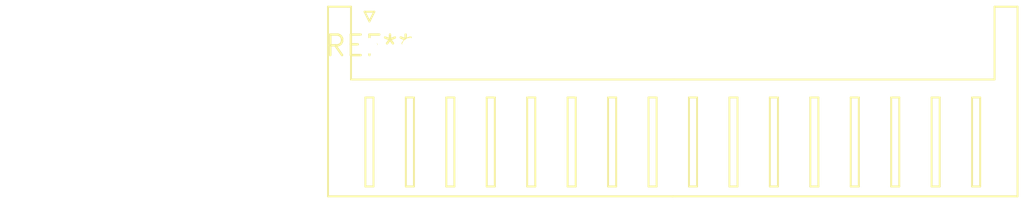
<source format=kicad_pcb>
(kicad_pcb (version 20240108) (generator pcbnew)
  (layers (0 "F.Cu" signal) (31 "B.Cu" signal) (34 "B.Paste" user) (35 "F.Paste" user) (36 "B.SilkS" user "B.Silkscreen") (37 "F.SilkS" user "F.Silkscreen") (38 "B.Mask" user) (39 "F.Mask" user) (44 "Edge.Cuts" user))
  (net 0 "")
  (footprint "JST_XH_S16B-XH-A_1x16_P2.50mm_Horizontal" (layer "F.Cu") (at 0 0)
    (property "Reference" "REF**")
    (property "Value" "JST_XH_S16B-XH-A_1x16_P2.50mm_Horizontal")
    (fp_line (start -2.56 -2.41) (end -1.14 -2.41) (layer "F.SilkS") (stroke (width 0.12)))
    (fp_line (start -2.56 9.31) (end -2.56 -2.41) (layer "F.SilkS") (stroke (width 0.12)))
    (fp_line (start -1.14 -2.41) (end -1.14 2.09) (layer "F.SilkS") (stroke (width 0.12)))
    (fp_line (start -1.14 2.09) (end 18.75 2.09) (layer "F.SilkS") (stroke (width 0.12)))
    (fp_line (start -0.3 -2.1) (end 0.3 -2.1) (layer "F.SilkS") (stroke (width 0.12)))
    (fp_line (start -0.25 3.2) (end -0.25 8.7) (layer "F.SilkS") (stroke (width 0.12)))
    (fp_line (start -0.25 8.7) (end 0.25 8.7) (layer "F.SilkS") (stroke (width 0.12)))
    (fp_line (start 0 -1.5) (end -0.3 -2.1) (layer "F.SilkS") (stroke (width 0.12)))
    (fp_line (start 0.25 3.2) (end -0.25 3.2) (layer "F.SilkS") (stroke (width 0.12)))
    (fp_line (start 0.25 8.7) (end 0.25 3.2) (layer "F.SilkS") (stroke (width 0.12)))
    (fp_line (start 0.3 -2.1) (end 0 -1.5) (layer "F.SilkS") (stroke (width 0.12)))
    (fp_line (start 2.25 3.2) (end 2.25 8.7) (layer "F.SilkS") (stroke (width 0.12)))
    (fp_line (start 2.25 8.7) (end 2.75 8.7) (layer "F.SilkS") (stroke (width 0.12)))
    (fp_line (start 2.75 3.2) (end 2.25 3.2) (layer "F.SilkS") (stroke (width 0.12)))
    (fp_line (start 2.75 8.7) (end 2.75 3.2) (layer "F.SilkS") (stroke (width 0.12)))
    (fp_line (start 4.75 3.2) (end 4.75 8.7) (layer "F.SilkS") (stroke (width 0.12)))
    (fp_line (start 4.75 8.7) (end 5.25 8.7) (layer "F.SilkS") (stroke (width 0.12)))
    (fp_line (start 5.25 3.2) (end 4.75 3.2) (layer "F.SilkS") (stroke (width 0.12)))
    (fp_line (start 5.25 8.7) (end 5.25 3.2) (layer "F.SilkS") (stroke (width 0.12)))
    (fp_line (start 7.25 3.2) (end 7.25 8.7) (layer "F.SilkS") (stroke (width 0.12)))
    (fp_line (start 7.25 8.7) (end 7.75 8.7) (layer "F.SilkS") (stroke (width 0.12)))
    (fp_line (start 7.75 3.2) (end 7.25 3.2) (layer "F.SilkS") (stroke (width 0.12)))
    (fp_line (start 7.75 8.7) (end 7.75 3.2) (layer "F.SilkS") (stroke (width 0.12)))
    (fp_line (start 9.75 3.2) (end 9.75 8.7) (layer "F.SilkS") (stroke (width 0.12)))
    (fp_line (start 9.75 8.7) (end 10.25 8.7) (layer "F.SilkS") (stroke (width 0.12)))
    (fp_line (start 10.25 3.2) (end 9.75 3.2) (layer "F.SilkS") (stroke (width 0.12)))
    (fp_line (start 10.25 8.7) (end 10.25 3.2) (layer "F.SilkS") (stroke (width 0.12)))
    (fp_line (start 12.25 3.2) (end 12.25 8.7) (layer "F.SilkS") (stroke (width 0.12)))
    (fp_line (start 12.25 8.7) (end 12.75 8.7) (layer "F.SilkS") (stroke (width 0.12)))
    (fp_line (start 12.75 3.2) (end 12.25 3.2) (layer "F.SilkS") (stroke (width 0.12)))
    (fp_line (start 12.75 8.7) (end 12.75 3.2) (layer "F.SilkS") (stroke (width 0.12)))
    (fp_line (start 14.75 3.2) (end 14.75 8.7) (layer "F.SilkS") (stroke (width 0.12)))
    (fp_line (start 14.75 8.7) (end 15.25 8.7) (layer "F.SilkS") (stroke (width 0.12)))
    (fp_line (start 15.25 3.2) (end 14.75 3.2) (layer "F.SilkS") (stroke (width 0.12)))
    (fp_line (start 15.25 8.7) (end 15.25 3.2) (layer "F.SilkS") (stroke (width 0.12)))
    (fp_line (start 17.25 3.2) (end 17.25 8.7) (layer "F.SilkS") (stroke (width 0.12)))
    (fp_line (start 17.25 8.7) (end 17.75 8.7) (layer "F.SilkS") (stroke (width 0.12)))
    (fp_line (start 17.75 3.2) (end 17.25 3.2) (layer "F.SilkS") (stroke (width 0.12)))
    (fp_line (start 17.75 8.7) (end 17.75 3.2) (layer "F.SilkS") (stroke (width 0.12)))
    (fp_line (start 18.75 9.31) (end -2.56 9.31) (layer "F.SilkS") (stroke (width 0.12)))
    (fp_line (start 18.75 9.31) (end 40.06 9.31) (layer "F.SilkS") (stroke (width 0.12)))
    (fp_line (start 19.75 3.2) (end 19.75 8.7) (layer "F.SilkS") (stroke (width 0.12)))
    (fp_line (start 19.75 8.7) (end 20.25 8.7) (layer "F.SilkS") (stroke (width 0.12)))
    (fp_line (start 20.25 3.2) (end 19.75 3.2) (layer "F.SilkS") (stroke (width 0.12)))
    (fp_line (start 20.25 8.7) (end 20.25 3.2) (layer "F.SilkS") (stroke (width 0.12)))
    (fp_line (start 22.25 3.2) (end 22.25 8.7) (layer "F.SilkS") (stroke (width 0.12)))
    (fp_line (start 22.25 8.7) (end 22.75 8.7) (layer "F.SilkS") (stroke (width 0.12)))
    (fp_line (start 22.75 3.2) (end 22.25 3.2) (layer "F.SilkS") (stroke (width 0.12)))
    (fp_line (start 22.75 8.7) (end 22.75 3.2) (layer "F.SilkS") (stroke (width 0.12)))
    (fp_line (start 24.75 3.2) (end 24.75 8.7) (layer "F.SilkS") (stroke (width 0.12)))
    (fp_line (start 24.75 8.7) (end 25.25 8.7) (layer "F.SilkS") (stroke (width 0.12)))
    (fp_line (start 25.25 3.2) (end 24.75 3.2) (layer "F.SilkS") (stroke (width 0.12)))
    (fp_line (start 25.25 8.7) (end 25.25 3.2) (layer "F.SilkS") (stroke (width 0.12)))
    (fp_line (start 27.25 3.2) (end 27.25 8.7) (layer "F.SilkS") (stroke (width 0.12)))
    (fp_line (start 27.25 8.7) (end 27.75 8.7) (layer "F.SilkS") (stroke (width 0.12)))
    (fp_line (start 27.75 3.2) (end 27.25 3.2) (layer "F.SilkS") (stroke (width 0.12)))
    (fp_line (start 27.75 8.7) (end 27.75 3.2) (layer "F.SilkS") (stroke (width 0.12)))
    (fp_line (start 29.75 3.2) (end 29.75 8.7) (layer "F.SilkS") (stroke (width 0.12)))
    (fp_line (start 29.75 8.7) (end 30.25 8.7) (layer "F.SilkS") (stroke (width 0.12)))
    (fp_line (start 30.25 3.2) (end 29.75 3.2) (layer "F.SilkS") (stroke (width 0.12)))
    (fp_line (start 30.25 8.7) (end 30.25 3.2) (layer "F.SilkS") (stroke (width 0.12)))
    (fp_line (start 32.25 3.2) (end 32.25 8.7) (layer "F.SilkS") (stroke (width 0.12)))
    (fp_line (start 32.25 8.7) (end 32.75 8.7) (layer "F.SilkS") (stroke (width 0.12)))
    (fp_line (start 32.75 3.2) (end 32.25 3.2) (layer "F.SilkS") (stroke (width 0.12)))
    (fp_line (start 32.75 8.7) (end 32.75 3.2) (layer "F.SilkS") (stroke (width 0.12)))
    (fp_line (start 34.75 3.2) (end 34.75 8.7) (layer "F.SilkS") (stroke (width 0.12)))
    (fp_line (start 34.75 8.7) (end 35.25 8.7) (layer "F.SilkS") (stroke (width 0.12)))
    (fp_line (start 35.25 3.2) (end 34.75 3.2) (layer "F.SilkS") (stroke (width 0.12)))
    (fp_line (start 35.25 8.7) (end 35.25 3.2) (layer "F.SilkS") (stroke (width 0.12)))
    (fp_line (start 37.25 3.2) (end 37.25 8.7) (layer "F.SilkS") (stroke (width 0.12)))
    (fp_line (start 37.25 8.7) (end 37.75 8.7) (layer "F.SilkS") (stroke (width 0.12)))
    (fp_line (start 37.75 3.2) (end 37.25 3.2) (layer "F.SilkS") (stroke (width 0.12)))
    (fp_line (start 37.75 8.7) (end 37.75 3.2) (layer "F.SilkS") (stroke (width 0.12)))
    (fp_line (start 38.64 -2.41) (end 38.64 2.09) (layer "F.SilkS") (stroke (width 0.12)))
    (fp_line (start 38.64 2.09) (end 18.75 2.09) (layer "F.SilkS") (stroke (width 0.12)))
    (fp_line (start 40.06 -2.41) (end 38.64 -2.41) (layer "F.SilkS") (stroke (width 0.12)))
    (fp_line (start 40.06 9.31) (end 40.06 -2.41) (layer "F.SilkS") (stroke (width 0.12)))
    (pad "1" thru_hole roundrect (at 0 0) (size 1.7 1.95) (drill 0.95) (layers *.Cu *.Mask) (remove_unused_layers) (roundrect_rratio 0.147059))
    (pad "2" thru_hole oval (at 2.5 0) (size 1.7 1.95) (drill 0.95) (layers *.Cu *.Mask) (remove_unused_layers))
    (pad "3" thru_hole oval (at 5 0) (size 1.7 1.95) (drill 0.95) (layers *.Cu *.Mask) (remove_unused_layers))
    (pad "4" thru_hole oval (at 7.5 0) (size 1.7 1.95) (drill 0.95) (layers *.Cu *.Mask) (remove_unused_layers))
    (pad "5" thru_hole oval (at 10 0) (size 1.7 1.95) (drill 0.95) (layers *.Cu *.Mask) (remove_unused_layers))
    (pad "6" thru_hole oval (at 12.5 0) (size 1.7 1.95) (drill 0.95) (layers *.Cu *.Mask) (remove_unused_layers))
    (pad "7" thru_hole oval (at 15 0) (size 1.7 1.95) (drill 0.95) (layers *.Cu *.Mask) (remove_unused_layers))
    (pad "8" thru_hole oval (at 17.5 0) (size 1.7 1.95) (drill 0.95) (layers *.Cu *.Mask) (remove_unused_layers))
    (pad "9" thru_hole oval (at 20 0) (size 1.7 1.95) (drill 0.95) (layers *.Cu *.Mask) (remove_unused_layers))
    (pad "10" thru_hole oval (at 22.5 0) (size 1.7 1.95) (drill 0.95) (layers *.Cu *.Mask) (remove_unused_layers))
    (pad "11" thru_hole oval (at 25 0) (size 1.7 1.95) (drill 0.95) (layers *.Cu *.Mask) (remove_unused_layers))
    (pad "12" thru_hole oval (at 27.5 0) (size 1.7 1.95) (drill 0.95) (layers *.Cu *.Mask) (remove_unused_layers))
    (pad "13" thru_hole oval (at 30 0) (size 1.7 1.95) (drill 0.95) (layers *.Cu *.Mask) (remove_unused_layers))
    (pad "14" thru_hole oval (at 32.5 0) (size 1.7 1.95) (drill 0.95) (layers *.Cu *.Mask) (remove_unused_layers))
    (pad "15" thru_hole oval (at 35 0) (size 1.7 1.95) (drill 0.95) (layers *.Cu *.Mask) (remove_unused_layers))
    (pad "16" thru_hole oval (at 37.5 0) (size 1.7 1.95) (drill 0.95) (layers *.Cu *.Mask) (remove_unused_layers))
  )
)
</source>
